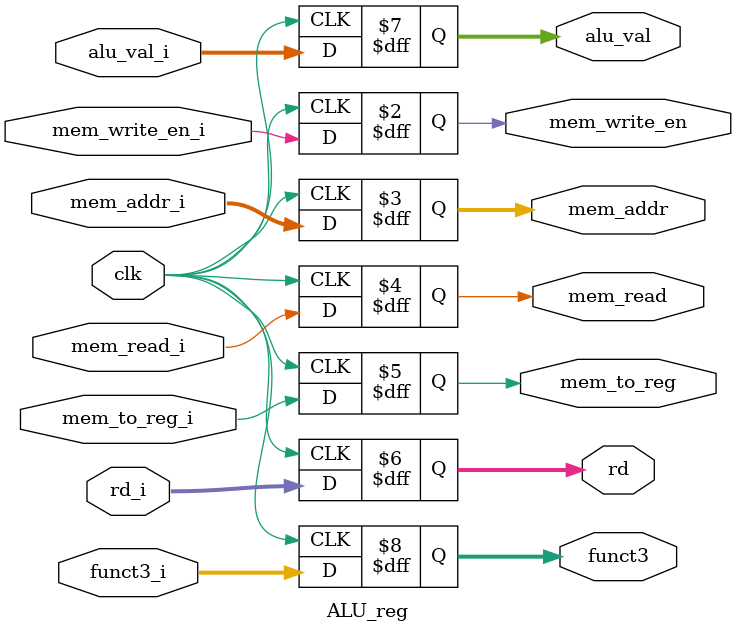
<source format=v>
module ALU_reg(
    input clk,
    input mem_write_en_i,
    input [31:0] mem_addr_i,
    input mem_read_i,
    input mem_to_reg_i,
    input [4:0] rd_i,
    input [31:0] alu_val_i,
    input [2:0]funct3_i,
    output reg mem_write_en,
    output reg [31:0] mem_addr,
    output reg mem_read,
    output reg mem_to_reg,
    output reg [4:0] rd,
    output reg [31:0] alu_val,
    output reg [2:0] funct3
);

    always @(posedge clk) begin
        mem_write_en <= mem_write_en_i;
        mem_addr <= mem_addr_i;
        mem_to_reg <= mem_to_reg_i;
        mem_read <= mem_read_i;
        rd <= rd_i;
        alu_val <= alu_val_i;
        funct3 <= funct3_i;
    end
    
endmodule
</source>
